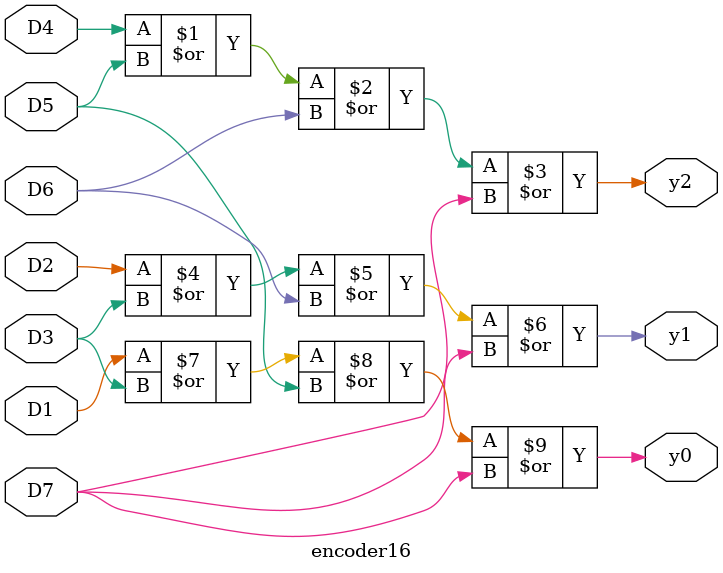
<source format=v>
module encoder16 (D1,D2,D3,D4,D5,D6,D7,
y0,y1,y2);

input D1,D2,D3,D4,D5,D6,D7;
output y0,y1,y2;

assign y2 = D4 | D5 | D6 | D7;
assign y1 = D2 | D3 | D6 | D7;
assign y0 = D1 | D3 | D5 | D7;
endmodule
</source>
